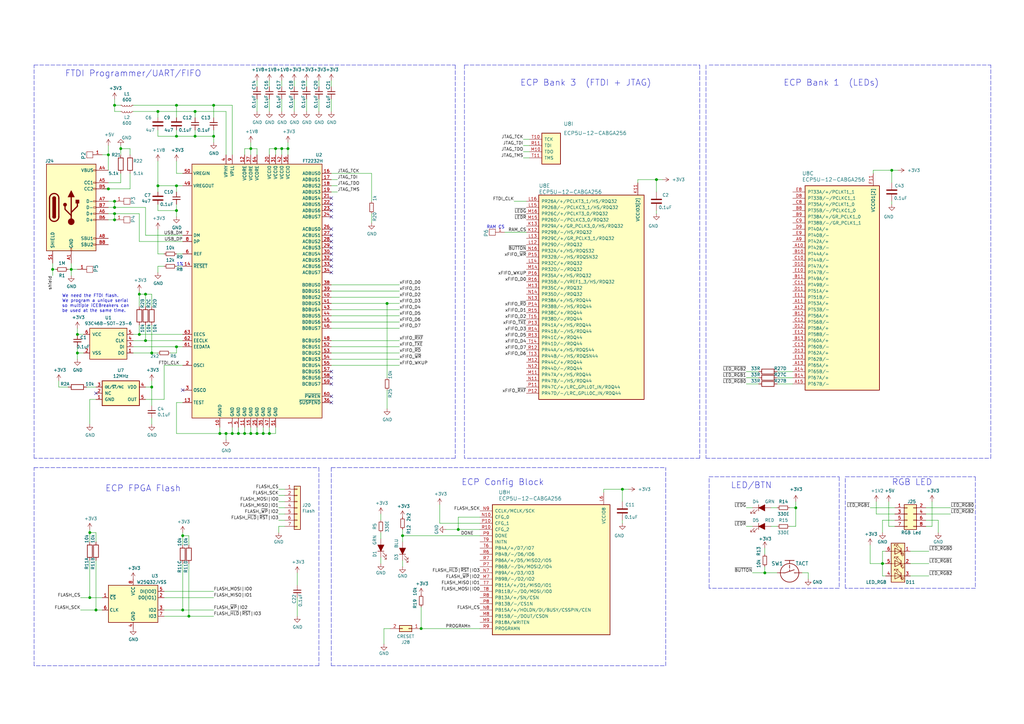
<source format=kicad_sch>
(kicad_sch (version 20201015) (generator eeschema)
  (paper "A3")
  (title_block (title "iCEBreaker+++") (date "2020-12-12") (rev "V0.1") (company "GsD") (comment 1 "2020 (C) GsD  <greg.davill@gmail.com>") (comment 3 "License: CC-BY-SA V4.0"))
  (junction (at 21.59 110.49) (diameter 1.016))
  (junction (at 29.21 110.49) (diameter 1.016))
  (junction (at 31.75 137.16) (diameter 1.016))
  (junction (at 31.75 144.78) (diameter 1.016))
  (junction (at 36.83 218.44) (diameter 1.016))
  (junction (at 36.83 245.11) (diameter 1.016))
  (junction (at 39.37 250.19) (diameter 1.016))
  (junction (at 44.45 63.5) (diameter 1.016))
  (junction (at 44.45 77.47) (diameter 1.016))
  (junction (at 46.99 43.18) (diameter 1.016))
  (junction (at 46.99 82.55) (diameter 1.016))
  (junction (at 46.99 85.09) (diameter 1.016))
  (junction (at 46.99 87.63) (diameter 1.016))
  (junction (at 46.99 90.17) (diameter 1.016))
  (junction (at 49.53 60.96) (diameter 1.016))
  (junction (at 57.15 120.65) (diameter 1.016))
  (junction (at 57.15 137.16) (diameter 1.016))
  (junction (at 59.69 120.65) (diameter 1.016))
  (junction (at 59.69 139.7) (diameter 1.016))
  (junction (at 62.23 144.78) (diameter 1.016))
  (junction (at 62.23 158.75) (diameter 1.016))
  (junction (at 64.77 45.72) (diameter 1.016))
  (junction (at 64.77 76.2) (diameter 1.016))
  (junction (at 72.39 43.18) (diameter 1.016))
  (junction (at 72.39 55.88) (diameter 1.016))
  (junction (at 72.39 76.2) (diameter 1.016))
  (junction (at 72.39 86.36) (diameter 1.016))
  (junction (at 72.39 142.24) (diameter 1.016))
  (junction (at 74.93 219.71) (diameter 1.016))
  (junction (at 74.93 250.19) (diameter 1.016))
  (junction (at 77.47 252.73) (diameter 1.016))
  (junction (at 80.01 45.72) (diameter 1.016))
  (junction (at 80.01 55.88) (diameter 1.016))
  (junction (at 87.63 43.18) (diameter 1.016))
  (junction (at 87.63 55.88) (diameter 1.016))
  (junction (at 90.17 177.8) (diameter 1.016))
  (junction (at 92.71 177.8) (diameter 1.016))
  (junction (at 95.25 177.8) (diameter 1.016))
  (junction (at 97.79 177.8) (diameter 1.016))
  (junction (at 100.33 177.8) (diameter 1.016))
  (junction (at 102.87 60.96) (diameter 1.016))
  (junction (at 102.87 177.8) (diameter 1.016))
  (junction (at 105.41 177.8) (diameter 1.016))
  (junction (at 107.95 177.8) (diameter 1.016))
  (junction (at 110.49 177.8) (diameter 1.016))
  (junction (at 113.03 60.96) (diameter 1.016))
  (junction (at 115.57 60.96) (diameter 1.016))
  (junction (at 118.11 60.96) (diameter 1.016))
  (junction (at 158.75 124.46) (diameter 1.016))
  (junction (at 165.1 219.71) (diameter 1.016))
  (junction (at 172.72 257.81) (diameter 1.016))
  (junction (at 187.96 217.17) (diameter 1.016))
  (junction (at 255.27 200.66) (diameter 1.016))
  (junction (at 269.24 73.66) (diameter 1.016))
  (junction (at 313.69 234.95) (diameter 1.016))
  (junction (at 326.39 208.28) (diameter 1.016))
  (junction (at 361.95 231.14) (diameter 1.016))
  (junction (at 365.76 69.85) (diameter 1.016))
  (no_connect (at 135.89 109.22))
  (no_connect (at 135.89 104.14))
  (no_connect (at 135.89 99.06))
  (no_connect (at 74.93 160.02))
  (no_connect (at 135.89 162.56))
  (no_connect (at 135.89 96.52))
  (no_connect (at 135.89 93.98))
  (no_connect (at 135.89 111.76))
  (no_connect (at 39.37 161.29))
  (no_connect (at 135.89 101.6))
  (no_connect (at 135.89 152.4))
  (no_connect (at 135.89 81.28))
  (no_connect (at 135.89 86.36))
  (no_connect (at 135.89 106.68))
  (no_connect (at 135.89 83.82))
  (no_connect (at 135.89 154.94))
  (no_connect (at 135.89 165.1))
  (no_connect (at 135.89 88.9))
  (no_connect (at 135.89 157.48))
  (wire (pts (xy 21.59 107.95) (xy 21.59 110.49)))
  (wire (pts (xy 21.59 110.49) (xy 21.59 113.03)))
  (wire (pts (xy 21.59 110.49) (xy 22.86 110.49)))
  (wire (pts (xy 24.13 156.21) (xy 24.13 158.75)))
  (wire (pts (xy 24.13 158.75) (xy 27.94 158.75)))
  (wire (pts (xy 27.94 110.49) (xy 29.21 110.49)))
  (wire (pts (xy 29.21 110.49) (xy 29.21 107.95)))
  (wire (pts (xy 29.21 110.49) (xy 29.21 113.03)))
  (wire (pts (xy 31.75 110.49) (xy 29.21 110.49)))
  (wire (pts (xy 31.75 137.16) (xy 31.75 134.62)))
  (wire (pts (xy 31.75 142.24) (xy 31.75 144.78)))
  (wire (pts (xy 31.75 144.78) (xy 31.75 147.32)))
  (wire (pts (xy 33.02 245.11) (xy 36.83 245.11)))
  (wire (pts (xy 33.02 250.19) (xy 39.37 250.19)))
  (wire (pts (xy 34.29 137.16) (xy 31.75 137.16)))
  (wire (pts (xy 34.29 144.78) (xy 31.75 144.78)))
  (wire (pts (xy 36.83 163.83) (xy 36.83 173.99)))
  (wire (pts (xy 36.83 217.17) (xy 36.83 218.44)))
  (wire (pts (xy 36.83 218.44) (xy 36.83 222.25)))
  (wire (pts (xy 36.83 229.87) (xy 36.83 245.11)))
  (wire (pts (xy 36.83 245.11) (xy 41.91 245.11)))
  (wire (pts (xy 39.37 158.75) (xy 35.56 158.75)))
  (wire (pts (xy 39.37 163.83) (xy 36.83 163.83)))
  (wire (pts (xy 39.37 218.44) (xy 36.83 218.44)))
  (wire (pts (xy 39.37 222.25) (xy 39.37 218.44)))
  (wire (pts (xy 39.37 229.87) (xy 39.37 250.19)))
  (wire (pts (xy 39.37 250.19) (xy 41.91 250.19)))
  (wire (pts (xy 41.91 63.5) (xy 44.45 63.5)))
  (wire (pts (xy 41.91 77.47) (xy 44.45 77.47)))
  (wire (pts (xy 44.45 59.69) (xy 44.45 63.5)))
  (wire (pts (xy 44.45 63.5) (xy 44.45 69.85)))
  (wire (pts (xy 44.45 77.47) (xy 53.34 77.47)))
  (wire (pts (xy 44.45 82.55) (xy 46.99 82.55)))
  (wire (pts (xy 44.45 85.09) (xy 46.99 85.09)))
  (wire (pts (xy 44.45 87.63) (xy 46.99 87.63)))
  (wire (pts (xy 44.45 90.17) (xy 46.99 90.17)))
  (wire (pts (xy 46.99 40.64) (xy 46.99 43.18)))
  (wire (pts (xy 46.99 43.18) (xy 46.99 45.72)))
  (wire (pts (xy 46.99 43.18) (xy 49.53 43.18)))
  (wire (pts (xy 46.99 45.72) (xy 49.53 45.72)))
  (wire (pts (xy 46.99 82.55) (xy 46.99 85.09)))
  (wire (pts (xy 46.99 85.09) (xy 59.69 85.09)))
  (wire (pts (xy 46.99 87.63) (xy 46.99 90.17)))
  (wire (pts (xy 49.53 59.69) (xy 49.53 60.96)))
  (wire (pts (xy 49.53 60.96) (xy 49.53 63.5)))
  (wire (pts (xy 49.53 71.12) (xy 49.53 74.93)))
  (wire (pts (xy 49.53 74.93) (xy 44.45 74.93)))
  (wire (pts (xy 53.34 60.96) (xy 49.53 60.96)))
  (wire (pts (xy 53.34 63.5) (xy 53.34 60.96)))
  (wire (pts (xy 53.34 77.47) (xy 53.34 71.12)))
  (wire (pts (xy 54.61 43.18) (xy 72.39 43.18)))
  (wire (pts (xy 54.61 45.72) (xy 64.77 45.72)))
  (wire (pts (xy 54.61 137.16) (xy 57.15 137.16)))
  (wire (pts (xy 54.61 139.7) (xy 59.69 139.7)))
  (wire (pts (xy 54.61 142.24) (xy 72.39 142.24)))
  (wire (pts (xy 54.61 144.78) (xy 62.23 144.78)))
  (wire (pts (xy 57.15 87.63) (xy 46.99 87.63)))
  (wire (pts (xy 57.15 99.06) (xy 57.15 87.63)))
  (wire (pts (xy 57.15 119.38) (xy 57.15 120.65)))
  (wire (pts (xy 57.15 120.65) (xy 57.15 125.73)))
  (wire (pts (xy 57.15 133.35) (xy 57.15 137.16)))
  (wire (pts (xy 57.15 137.16) (xy 74.93 137.16)))
  (wire (pts (xy 59.69 85.09) (xy 59.69 96.52)))
  (wire (pts (xy 59.69 96.52) (xy 74.93 96.52)))
  (wire (pts (xy 59.69 120.65) (xy 57.15 120.65)))
  (wire (pts (xy 59.69 120.65) (xy 59.69 125.73)))
  (wire (pts (xy 59.69 133.35) (xy 59.69 139.7)))
  (wire (pts (xy 59.69 139.7) (xy 74.93 139.7)))
  (wire (pts (xy 59.69 158.75) (xy 62.23 158.75)))
  (wire (pts (xy 59.69 163.83) (xy 67.31 163.83)))
  (wire (pts (xy 62.23 120.65) (xy 59.69 120.65)))
  (wire (pts (xy 62.23 125.73) (xy 62.23 120.65)))
  (wire (pts (xy 62.23 133.35) (xy 62.23 144.78)))
  (wire (pts (xy 62.23 144.78) (xy 64.77 144.78)))
  (wire (pts (xy 62.23 158.75) (xy 62.23 156.21)))
  (wire (pts (xy 62.23 158.75) (xy 62.23 166.37)))
  (wire (pts (xy 62.23 171.45) (xy 62.23 173.99)))
  (wire (pts (xy 64.77 45.72) (xy 64.77 48.26)))
  (wire (pts (xy 64.77 45.72) (xy 80.01 45.72)))
  (wire (pts (xy 64.77 53.34) (xy 64.77 55.88)))
  (wire (pts (xy 64.77 55.88) (xy 72.39 55.88)))
  (wire (pts (xy 64.77 76.2) (xy 64.77 66.04)))
  (wire (pts (xy 64.77 78.74) (xy 64.77 76.2)))
  (wire (pts (xy 64.77 83.82) (xy 64.77 86.36)))
  (wire (pts (xy 64.77 86.36) (xy 72.39 86.36)))
  (wire (pts (xy 64.77 104.14) (xy 64.77 93.98)))
  (wire (pts (xy 64.77 109.22) (xy 64.77 111.76)))
  (wire (pts (xy 67.31 104.14) (xy 64.77 104.14)))
  (wire (pts (xy 67.31 109.22) (xy 64.77 109.22)))
  (wire (pts (xy 67.31 149.86) (xy 74.93 149.86)))
  (wire (pts (xy 67.31 163.83) (xy 67.31 149.86)))
  (wire (pts (xy 67.31 242.57) (xy 87.63 242.57)))
  (wire (pts (xy 67.31 245.11) (xy 87.63 245.11)))
  (wire (pts (xy 67.31 250.19) (xy 74.93 250.19)))
  (wire (pts (xy 67.31 252.73) (xy 77.47 252.73)))
  (wire (pts (xy 69.85 144.78) (xy 72.39 144.78)))
  (wire (pts (xy 72.39 43.18) (xy 72.39 48.26)))
  (wire (pts (xy 72.39 43.18) (xy 87.63 43.18)))
  (wire (pts (xy 72.39 53.34) (xy 72.39 55.88)))
  (wire (pts (xy 72.39 55.88) (xy 80.01 55.88)))
  (wire (pts (xy 72.39 71.12) (xy 72.39 66.04)))
  (wire (pts (xy 72.39 76.2) (xy 64.77 76.2)))
  (wire (pts (xy 72.39 78.74) (xy 72.39 76.2)))
  (wire (pts (xy 72.39 86.36) (xy 72.39 83.82)))
  (wire (pts (xy 72.39 86.36) (xy 72.39 88.9)))
  (wire (pts (xy 72.39 104.14) (xy 74.93 104.14)))
  (wire (pts (xy 72.39 142.24) (xy 74.93 142.24)))
  (wire (pts (xy 72.39 144.78) (xy 72.39 142.24)))
  (wire (pts (xy 72.39 165.1) (xy 72.39 177.8)))
  (wire (pts (xy 72.39 177.8) (xy 90.17 177.8)))
  (wire (pts (xy 74.93 71.12) (xy 72.39 71.12)))
  (wire (pts (xy 74.93 76.2) (xy 72.39 76.2)))
  (wire (pts (xy 74.93 99.06) (xy 57.15 99.06)))
  (wire (pts (xy 74.93 109.22) (xy 72.39 109.22)))
  (wire (pts (xy 74.93 165.1) (xy 72.39 165.1)))
  (wire (pts (xy 74.93 218.44) (xy 74.93 219.71)))
  (wire (pts (xy 74.93 219.71) (xy 74.93 223.52)))
  (wire (pts (xy 74.93 219.71) (xy 77.47 219.71)))
  (wire (pts (xy 74.93 231.14) (xy 74.93 250.19)))
  (wire (pts (xy 74.93 250.19) (xy 87.63 250.19)))
  (wire (pts (xy 77.47 219.71) (xy 77.47 223.52)))
  (wire (pts (xy 77.47 231.14) (xy 77.47 252.73)))
  (wire (pts (xy 77.47 252.73) (xy 87.63 252.73)))
  (wire (pts (xy 80.01 45.72) (xy 80.01 48.26)))
  (wire (pts (xy 80.01 45.72) (xy 92.71 45.72)))
  (wire (pts (xy 80.01 53.34) (xy 80.01 55.88)))
  (wire (pts (xy 80.01 55.88) (xy 87.63 55.88)))
  (wire (pts (xy 87.63 43.18) (xy 87.63 48.26)))
  (wire (pts (xy 87.63 43.18) (xy 95.25 43.18)))
  (wire (pts (xy 87.63 55.88) (xy 87.63 53.34)))
  (wire (pts (xy 87.63 55.88) (xy 87.63 58.42)))
  (wire (pts (xy 90.17 175.26) (xy 90.17 177.8)))
  (wire (pts (xy 90.17 177.8) (xy 92.71 177.8)))
  (wire (pts (xy 92.71 45.72) (xy 92.71 63.5)))
  (wire (pts (xy 92.71 177.8) (xy 92.71 180.34)))
  (wire (pts (xy 92.71 177.8) (xy 95.25 177.8)))
  (wire (pts (xy 95.25 43.18) (xy 95.25 63.5)))
  (wire (pts (xy 95.25 175.26) (xy 95.25 177.8)))
  (wire (pts (xy 95.25 177.8) (xy 97.79 177.8)))
  (wire (pts (xy 97.79 175.26) (xy 97.79 177.8)))
  (wire (pts (xy 97.79 177.8) (xy 100.33 177.8)))
  (wire (pts (xy 100.33 60.96) (xy 102.87 60.96)))
  (wire (pts (xy 100.33 63.5) (xy 100.33 60.96)))
  (wire (pts (xy 100.33 175.26) (xy 100.33 177.8)))
  (wire (pts (xy 100.33 177.8) (xy 102.87 177.8)))
  (wire (pts (xy 102.87 60.96) (xy 102.87 58.42)))
  (wire (pts (xy 102.87 60.96) (xy 105.41 60.96)))
  (wire (pts (xy 102.87 63.5) (xy 102.87 60.96)))
  (wire (pts (xy 102.87 175.26) (xy 102.87 177.8)))
  (wire (pts (xy 102.87 177.8) (xy 105.41 177.8)))
  (wire (pts (xy 105.41 33.02) (xy 105.41 35.56)))
  (wire (pts (xy 105.41 40.64) (xy 105.41 45.72)))
  (wire (pts (xy 105.41 60.96) (xy 105.41 63.5)))
  (wire (pts (xy 105.41 175.26) (xy 105.41 177.8)))
  (wire (pts (xy 105.41 177.8) (xy 107.95 177.8)))
  (wire (pts (xy 107.95 175.26) (xy 107.95 177.8)))
  (wire (pts (xy 107.95 177.8) (xy 110.49 177.8)))
  (wire (pts (xy 110.49 33.02) (xy 110.49 35.56)))
  (wire (pts (xy 110.49 40.64) (xy 110.49 45.72)))
  (wire (pts (xy 110.49 60.96) (xy 113.03 60.96)))
  (wire (pts (xy 110.49 63.5) (xy 110.49 60.96)))
  (wire (pts (xy 110.49 175.26) (xy 110.49 177.8)))
  (wire (pts (xy 110.49 177.8) (xy 113.03 177.8)))
  (wire (pts (xy 113.03 60.96) (xy 113.03 63.5)))
  (wire (pts (xy 113.03 60.96) (xy 115.57 60.96)))
  (wire (pts (xy 113.03 177.8) (xy 113.03 175.26)))
  (wire (pts (xy 114.3 203.2) (xy 116.84 203.2)))
  (wire (pts (xy 114.3 205.74) (xy 116.84 205.74)))
  (wire (pts (xy 114.3 208.28) (xy 116.84 208.28)))
  (wire (pts (xy 114.3 210.82) (xy 116.84 210.82)))
  (wire (pts (xy 114.3 213.36) (xy 116.84 213.36)))
  (wire (pts (xy 114.3 215.9) (xy 114.3 218.44)))
  (wire (pts (xy 115.57 33.02) (xy 115.57 35.56)))
  (wire (pts (xy 115.57 40.64) (xy 115.57 45.72)))
  (wire (pts (xy 115.57 60.96) (xy 115.57 63.5)))
  (wire (pts (xy 115.57 60.96) (xy 118.11 60.96)))
  (wire (pts (xy 116.84 200.66) (xy 114.3 200.66)))
  (wire (pts (xy 116.84 215.9) (xy 114.3 215.9)))
  (wire (pts (xy 118.11 60.96) (xy 118.11 58.42)))
  (wire (pts (xy 118.11 60.96) (xy 118.11 63.5)))
  (wire (pts (xy 120.65 33.02) (xy 120.65 35.56)))
  (wire (pts (xy 120.65 40.64) (xy 120.65 45.72)))
  (wire (pts (xy 121.92 234.95) (xy 121.92 240.03)))
  (wire (pts (xy 121.92 245.11) (xy 121.92 252.73)))
  (wire (pts (xy 125.73 33.02) (xy 125.73 35.56)))
  (wire (pts (xy 125.73 40.64) (xy 125.73 45.72)))
  (wire (pts (xy 130.81 33.02) (xy 130.81 35.56)))
  (wire (pts (xy 130.81 40.64) (xy 130.81 45.72)))
  (wire (pts (xy 135.89 33.02) (xy 135.89 35.56)))
  (wire (pts (xy 135.89 40.64) (xy 135.89 45.72)))
  (wire (pts (xy 135.89 71.12) (xy 152.4 71.12)))
  (wire (pts (xy 135.89 73.66) (xy 138.43 73.66)))
  (wire (pts (xy 135.89 76.2) (xy 138.43 76.2)))
  (wire (pts (xy 135.89 78.74) (xy 138.43 78.74)))
  (wire (pts (xy 135.89 116.84) (xy 163.83 116.84)))
  (wire (pts (xy 135.89 119.38) (xy 163.83 119.38)))
  (wire (pts (xy 135.89 121.92) (xy 163.83 121.92)))
  (wire (pts (xy 135.89 124.46) (xy 158.75 124.46)))
  (wire (pts (xy 135.89 127) (xy 163.83 127)))
  (wire (pts (xy 135.89 129.54) (xy 163.83 129.54)))
  (wire (pts (xy 135.89 132.08) (xy 163.83 132.08)))
  (wire (pts (xy 135.89 134.62) (xy 163.83 134.62)))
  (wire (pts (xy 135.89 139.7) (xy 163.83 139.7)))
  (wire (pts (xy 135.89 142.24) (xy 163.83 142.24)))
  (wire (pts (xy 135.89 144.78) (xy 163.83 144.78)))
  (wire (pts (xy 135.89 147.32) (xy 163.83 147.32)))
  (wire (pts (xy 135.89 149.86) (xy 163.83 149.86)))
  (wire (pts (xy 152.4 71.12) (xy 152.4 82.55)))
  (wire (pts (xy 152.4 87.63) (xy 152.4 91.44)))
  (wire (pts (xy 156.21 210.82) (xy 156.21 213.36)))
  (wire (pts (xy 156.21 218.44) (xy 156.21 220.98)))
  (wire (pts (xy 156.21 228.6) (xy 156.21 231.14)))
  (wire (pts (xy 157.48 257.81) (xy 157.48 264.16)))
  (wire (pts (xy 158.75 124.46) (xy 163.83 124.46)))
  (wire (pts (xy 158.75 154.94) (xy 158.75 124.46)))
  (wire (pts (xy 158.75 160.02) (xy 158.75 167.64)))
  (wire (pts (xy 160.02 257.81) (xy 157.48 257.81)))
  (wire (pts (xy 165.1 217.17) (xy 165.1 219.71)))
  (wire (pts (xy 165.1 219.71) (xy 165.1 222.25)))
  (wire (pts (xy 165.1 219.71) (xy 196.85 219.71)))
  (wire (pts (xy 165.1 229.87) (xy 165.1 232.41)))
  (wire (pts (xy 172.72 248.92) (xy 172.72 257.81)))
  (wire (pts (xy 172.72 257.81) (xy 196.85 257.81)))
  (wire (pts (xy 180.34 207.01) (xy 180.34 214.63)))
  (wire (pts (xy 180.34 214.63) (xy 196.85 214.63)))
  (wire (pts (xy 182.88 217.17) (xy 187.96 217.17)))
  (wire (pts (xy 187.96 212.09) (xy 187.96 217.17)))
  (wire (pts (xy 187.96 217.17) (xy 196.85 217.17)))
  (wire (pts (xy 196.85 212.09) (xy 187.96 212.09)))
  (wire (pts (xy 207.01 95.25) (xy 215.9 95.25)))
  (wire (pts (xy 215.9 82.55) (xy 210.82 82.55)))
  (wire (pts (xy 217.17 57.15) (xy 214.63 57.15)))
  (wire (pts (xy 217.17 59.69) (xy 214.63 59.69)))
  (wire (pts (xy 217.17 62.23) (xy 214.63 62.23)))
  (wire (pts (xy 217.17 64.77) (xy 214.63 64.77)))
  (wire (pts (xy 247.65 200.66) (xy 255.27 200.66)))
  (wire (pts (xy 247.65 201.93) (xy 247.65 200.66)))
  (wire (pts (xy 255.27 200.66) (xy 255.27 205.74)))
  (wire (pts (xy 255.27 213.36) (xy 255.27 214.63)))
  (wire (pts (xy 257.81 200.66) (xy 255.27 200.66)))
  (wire (pts (xy 261.62 73.66) (xy 269.24 73.66)))
  (wire (pts (xy 261.62 74.93) (xy 261.62 73.66)))
  (wire (pts (xy 269.24 73.66) (xy 269.24 78.74)))
  (wire (pts (xy 269.24 86.36) (xy 269.24 87.63)))
  (wire (pts (xy 271.78 73.66) (xy 269.24 73.66)))
  (wire (pts (xy 306.07 152.4) (xy 311.15 152.4)))
  (wire (pts (xy 306.07 154.94) (xy 311.15 154.94)))
  (wire (pts (xy 306.07 157.48) (xy 311.15 157.48)))
  (wire (pts (xy 308.61 208.28) (xy 306.07 208.28)))
  (wire (pts (xy 308.61 215.9) (xy 306.07 215.9)))
  (wire (pts (xy 313.69 227.33) (xy 313.69 224.79)))
  (wire (pts (xy 313.69 232.41) (xy 313.69 234.95)))
  (wire (pts (xy 313.69 234.95) (xy 308.61 234.95)))
  (wire (pts (xy 316.23 208.28) (xy 318.77 208.28)))
  (wire (pts (xy 316.23 215.9) (xy 318.77 215.9)))
  (wire (pts (xy 318.77 152.4) (xy 325.12 152.4)))
  (wire (pts (xy 318.77 154.94) (xy 325.12 154.94)))
  (wire (pts (xy 318.77 157.48) (xy 325.12 157.48)))
  (wire (pts (xy 318.77 234.95) (xy 313.69 234.95)))
  (wire (pts (xy 323.85 208.28) (xy 326.39 208.28)))
  (wire (pts (xy 326.39 205.74) (xy 326.39 208.28)))
  (wire (pts (xy 326.39 215.9) (xy 323.85 215.9)))
  (wire (pts (xy 326.39 215.9) (xy 326.39 208.28)))
  (wire (pts (xy 328.93 234.95) (xy 331.47 234.95)))
  (wire (pts (xy 331.47 234.95) (xy 331.47 237.49)))
  (wire (pts (xy 356.87 223.52) (xy 356.87 231.14)))
  (wire (pts (xy 356.87 231.14) (xy 361.95 231.14)))
  (wire (pts (xy 358.14 69.85) (xy 365.76 69.85)))
  (wire (pts (xy 358.14 71.12) (xy 358.14 69.85)))
  (wire (pts (xy 359.41 205.74) (xy 359.41 210.82)))
  (wire (pts (xy 359.41 210.82) (xy 367.03 210.82)))
  (wire (pts (xy 361.95 213.36) (xy 367.03 213.36)))
  (wire (pts (xy 361.95 218.44) (xy 361.95 213.36)))
  (wire (pts (xy 361.95 231.14) (xy 361.95 226.06)))
  (wire (pts (xy 361.95 236.22) (xy 361.95 231.14)))
  (wire (pts (xy 363.22 226.06) (xy 361.95 226.06)))
  (wire (pts (xy 363.22 231.14) (xy 361.95 231.14)))
  (wire (pts (xy 363.22 236.22) (xy 361.95 236.22)))
  (wire (pts (xy 364.49 205.74) (xy 364.49 215.9)))
  (wire (pts (xy 364.49 215.9) (xy 367.03 215.9)))
  (wire (pts (xy 365.76 69.85) (xy 365.76 74.93)))
  (wire (pts (xy 365.76 82.55) (xy 365.76 83.82)))
  (wire (pts (xy 367.03 208.28) (xy 356.87 208.28)))
  (wire (pts (xy 368.3 69.85) (xy 365.76 69.85)))
  (wire (pts (xy 373.38 226.06) (xy 381 226.06)))
  (wire (pts (xy 373.38 231.14) (xy 381 231.14)))
  (wire (pts (xy 373.38 236.22) (xy 381 236.22)))
  (wire (pts (xy 379.73 208.28) (xy 389.89 208.28)))
  (wire (pts (xy 379.73 210.82) (xy 389.89 210.82)))
  (wire (pts (xy 379.73 213.36) (xy 384.81 213.36)))
  (wire (pts (xy 379.73 215.9) (xy 382.27 215.9)))
  (wire (pts (xy 382.27 215.9) (xy 382.27 205.74)))
  (wire (pts (xy 384.81 213.36) (xy 384.81 218.44)))
  (polyline (pts (xy 13.97 26.67) (xy 186.69 26.67)) (stroke (width 0) (type dash)))
  (polyline (pts (xy 13.97 187.96) (xy 13.97 26.67)) (stroke (width 0) (type dash)))
  (polyline (pts (xy 13.97 191.77) (xy 130.81 191.77)) (stroke (width 0) (type dash)))
  (polyline (pts (xy 13.97 273.05) (xy 13.97 191.77)) (stroke (width 0) (type dash)))
  (polyline (pts (xy 130.81 191.77) (xy 130.81 273.05)) (stroke (width 0) (type dash)))
  (polyline (pts (xy 130.81 273.05) (xy 13.97 273.05)) (stroke (width 0) (type dash)))
  (polyline (pts (xy 135.89 191.77) (xy 135.89 273.05)) (stroke (width 0) (type dash)))
  (polyline (pts (xy 135.89 191.77) (xy 273.05 191.77)) (stroke (width 0) (type dash)))
  (polyline (pts (xy 135.89 273.05) (xy 273.05 273.05)) (stroke (width 0) (type dash)))
  (polyline (pts (xy 186.69 26.67) (xy 186.69 187.96)) (stroke (width 0) (type dash)))
  (polyline (pts (xy 186.69 187.96) (xy 13.97 187.96)) (stroke (width 0) (type dash)))
  (polyline (pts (xy 190.5 26.67) (xy 190.5 187.96)) (stroke (width 0) (type dash)))
  (polyline (pts (xy 190.5 26.67) (xy 287.02 26.67)) (stroke (width 0) (type dash)))
  (polyline (pts (xy 273.05 273.05) (xy 273.05 191.77)) (stroke (width 0) (type dash)))
  (polyline (pts (xy 287.02 26.67) (xy 287.02 187.96)) (stroke (width 0) (type dash)))
  (polyline (pts (xy 287.02 187.96) (xy 190.5 187.96)) (stroke (width 0) (type dash)))
  (polyline (pts (xy 289.56 26.67) (xy 289.56 187.96)) (stroke (width 0) (type dash)))
  (polyline (pts (xy 289.56 187.96) (xy 406.4 187.96)) (stroke (width 0) (type dash)))
  (polyline (pts (xy 290.83 26.67) (xy 406.4 26.67)) (stroke (width 0) (type dash)))
  (polyline (pts (xy 290.83 195.58) (xy 344.17 195.58)) (stroke (width 0) (type dash)))
  (polyline (pts (xy 290.83 241.3) (xy 290.83 195.58)) (stroke (width 0) (type dash)))
  (polyline (pts (xy 344.17 195.58) (xy 344.17 241.3)) (stroke (width 0) (type dash)))
  (polyline (pts (xy 344.17 241.3) (xy 290.83 241.3)) (stroke (width 0) (type dash)))
  (polyline (pts (xy 346.71 195.58) (xy 400.05 195.58)) (stroke (width 0) (type dash)))
  (polyline (pts (xy 346.71 241.3) (xy 346.71 195.58)) (stroke (width 0) (type dash)))
  (polyline (pts (xy 400.05 195.58) (xy 400.05 241.3)) (stroke (width 0) (type dash)))
  (polyline (pts (xy 400.05 241.3) (xy 346.71 241.3)) (stroke (width 0) (type dash)))
  (polyline (pts (xy 406.4 187.96) (xy 406.4 26.67)) (stroke (width 0) (type dash)))
  (text "We need the FTDI flash.\nWe program a unique serial\nso multiple iCEBreakers can\nbe used at the same time." (at 25.4 128.27 0) (effects (font (size 1.27 1.27)) (justify left bottom)))
  (text "FTDI Programmer/UART/FIFO" (at 26.67 31.75 0) (effects (font (size 2.54 2.54)) (justify left bottom)))
  (text "ECP FPGA Flash" (at 43.18 201.93 0) (effects (font (size 2.54 2.54)) (justify left bottom)))
  (text "1%" (at 72.39 109.22 0) (effects (font (size 1.27 1.27)) (justify left bottom)))
  (text "ECP Config Block" (at 189.23 199.39 0) (effects (font (size 2.54 2.54)) (justify left bottom)))
  (text "RAM CS" (at 207.01 93.98 180) (effects (font (size 1.27 1.27)) (justify right bottom)))
  (text "ECP Bank 3  (FTDI + JTAG)" (at 213.36 35.56 0) (effects (font (size 2.54 2.54)) (justify left bottom)))
  (text "LED/BTN" (at 299.72 200.66 0) (effects (font (size 2.54 2.54)) (justify left bottom)))
  (text "ECP Bank 1  (LEDs)" (at 321.31 35.56 0) (effects (font (size 2.54 2.54)) (justify left bottom)))
  (text "RGB LED" (at 365.76 199.39 0) (effects (font (size 2.54 2.54)) (justify left bottom)))
  (label "shield" (at 21.59 113.03 270))
  (label "FLASH_CS" (at 33.02 245.11 180))
  (label "FLASH_SCK" (at 33.02 250.19 180))
  (label "FTDI_CLK" (at 73.66 149.86 180))
  (label "USB_DM" (at 74.93 96.52 180))
  (label "USB_DP" (at 74.93 99.06 180))
  (label "FLASH_MOSI|IO0" (at 87.63 242.57 0))
  (label "FLASH_MISO|IO1" (at 87.63 245.11 0))
  (label "FLASH_~WP~|IO2" (at 87.63 250.19 0))
  (label "FLASH_~HLD~|~RST~|IO3" (at 87.63 252.73 0))
  (label "FLASH_CS" (at 114.3 200.66 180))
  (label "FLASH_SCK" (at 114.3 203.2 180))
  (label "FLASH_MOSI|IO0" (at 114.3 205.74 180))
  (label "FLASH_MISO|IO1" (at 114.3 208.28 180))
  (label "FLASH_~WP~|IO2" (at 114.3 210.82 180))
  (label "FLASH_~HLD~|~RST~|IO3" (at 114.3 213.36 180))
  (label "JTAG_TCK" (at 138.43 71.12 0))
  (label "JTAG_TDI" (at 138.43 73.66 0))
  (label "JTAG_TDO" (at 138.43 76.2 0))
  (label "JTAG_TMS" (at 138.43 78.74 0))
  (label "xFIFO_D0" (at 163.83 116.84 0))
  (label "xFIFO_D1" (at 163.83 119.38 0))
  (label "xFIFO_D2" (at 163.83 121.92 0))
  (label "xFIFO_D3" (at 163.83 124.46 0))
  (label "xFIFO_D4" (at 163.83 127 0))
  (label "xFIFO_D5" (at 163.83 129.54 0))
  (label "xFIFO_D6" (at 163.83 132.08 0))
  (label "xFIFO_D7" (at 163.83 134.62 0))
  (label "xFIFO_~RXF" (at 163.83 139.7 0))
  (label "xFIFO_~TXE" (at 163.83 142.24 0))
  (label "xFIFO_~RD" (at 163.83 144.78 0))
  (label "xFIFO_~WR" (at 163.83 147.32 0))
  (label "xFIFO_WKUP" (at 163.83 149.86 0))
  (label "PROGRAMn" (at 193.04 257.81 180))
  (label "DONE" (at 194.31 219.71 180))
  (label "FLASH_SCK" (at 196.85 209.55 180))
  (label "FLASH_~HLD~|~RST~|IO3" (at 196.85 234.95 180))
  (label "FLASH_~WP~|IO2" (at 196.85 237.49 180))
  (label "FLASH_MISO|IO1" (at 196.85 240.03 180))
  (label "FLASH_MOSI|IO0" (at 196.85 242.57 180))
  (label "FLASH_CS" (at 196.85 250.19 180))
  (label "FTDI_CLK" (at 210.82 82.55 180))
  (label "JTAG_TCK" (at 214.63 57.15 180))
  (label "JTAG_TDI" (at 214.63 59.69 180))
  (label "JTAG_TDO" (at 214.63 62.23 180))
  (label "JTAG_TMS" (at 214.63 64.77 180))
  (label "~LEDG" (at 215.9 87.63 180))
  (label "~LEDR" (at 215.9 90.17 180))
  (label "RAM_CS" (at 215.9 95.25 180))
  (label "~BUTTON" (at 215.9 102.87 180))
  (label "xFIFO_~WR" (at 215.9 105.41 180))
  (label "xFIFO_WKUP" (at 215.9 113.03 180))
  (label "xFIFO_D0" (at 215.9 115.57 180))
  (label "xFIFO_~RD" (at 215.9 125.73 180))
  (label "xFIFO_D1" (at 215.9 128.27 180))
  (label "xFIFO_D2" (at 215.9 130.81 180))
  (label "xFIFO_~TXE" (at 215.9 133.35 180))
  (label "xFIFO_D3" (at 215.9 135.89 180))
  (label "xFIFO_D5" (at 215.9 138.43 180))
  (label "xFIFO_D4" (at 215.9 140.97 180))
  (label "xFIFO_D7" (at 215.9 143.51 180))
  (label "xFIFO_D6" (at 215.9 146.05 180))
  (label "xFIFO_~RXF" (at 215.9 161.29 180))
  (label "~LED_RGB2" (at 306.07 152.4 180))
  (label "~LED_RGB1" (at 306.07 154.94 180))
  (label "~LED_RGB0" (at 306.07 157.48 180))
  (label "~LEDG" (at 306.07 208.28 180))
  (label "~LEDR" (at 306.07 215.9 180))
  (label "~BUTTON" (at 308.61 234.95 180))
  (label "~LED_RGB1" (at 356.87 208.28 180))
  (label "~LED_RGB0" (at 381 226.06 0))
  (label "~LED_RGB1" (at 381 231.14 0))
  (label "~LED_RGB2" (at 381 236.22 0))
  (label "~LED_RGB0" (at 389.89 208.28 0))
  (label "~LED_RGB2" (at 389.89 210.82 0))
  (symbol (lib_id "icebreaker-rescue:pkl_L_Small-pkl_device") (at 52.07 43.18 270) (unit 1)
    (property "Reference" "L1" (at 52.07 38.5318 90))
    (property "Value" "600" (at 52.07 40.894 90))
    (property "Footprint" "Inductor_SMD:L_0402_1005Metric" (effects hide))
    (property "Source" "ANY" (effects hide))
    (property "Key" "ferrite-0402-600" (effects hide))
  )
  (symbol (lib_id "icebreaker-rescue:pkl_L_Small-pkl_device") (at 52.07 45.72 270) (unit 1)
    (property "Reference" "L2" (at 52.07 48.133 90))
    (property "Value" "600" (at 52.07 50.4952 90))
    (property "Footprint" "Inductor_SMD:L_0402_1005Metric" (effects hide))
    (property "Source" "ANY" (effects hide))
    (property "Key" "ferrite-0402-600" (effects hide))
  )
  (symbol (lib_id "power:+3V3") (at 24.13 156.21 0) (unit 1)
    (property "Reference" "#PWR02" (effects hide))
    (property "Value" "+3V3" (at 24.511 151.7396 0))
  )
  (symbol (lib_id "power:+3V3") (at 31.75 134.62 0) (unit 1)
    (property "Reference" "#PWR031" (effects hide))
    (property "Value" "+3V3" (at 32.131 130.1496 0))
  )
  (symbol (lib_id "power:+3V3") (at 36.83 217.17 0) (unit 1)
    (property "Reference" "#PWR0139" (effects hide))
    (property "Value" "+3V3" (at 37.211 212.6996 0))
  )
  (symbol (lib_id "power:+5V") (at 44.45 59.69 0) (unit 1)
    (property "Reference" "#PWR08" (effects hide))
    (property "Value" "+5V" (at 44.831 55.2196 0))
  )
  (symbol (lib_id "power:+3V3") (at 46.99 40.64 0) (unit 1)
    (property "Reference" "#PWR015" (effects hide))
    (property "Value" "+3V3" (at 47.371 36.1696 0))
  )
  (symbol (lib_id "power:+3V3") (at 54.61 237.49 0) (unit 1)
    (property "Reference" "#PWR0138" (effects hide))
    (property "Value" "+3V3" (at 54.991 233.0196 0))
  )
  (symbol (lib_id "power:+3V3") (at 57.15 119.38 0) (unit 1)
    (property "Reference" "#PWR033" (effects hide))
    (property "Value" "+3V3" (at 57.531 114.9096 0))
  )
  (symbol (lib_id "power:+3V3") (at 62.23 156.21 0) (unit 1)
    (property "Reference" "#PWR03" (effects hide))
    (property "Value" "+3V3" (at 62.611 151.7396 0))
  )
  (symbol (lib_id "power:+1V8") (at 64.77 66.04 0) (unit 1)
    (property "Reference" "#PWR010" (effects hide))
    (property "Value" "+1V8" (at 65.151 61.5696 0))
  )
  (symbol (lib_id "power:+3V3") (at 64.77 93.98 0) (unit 1)
    (property "Reference" "#PWR09" (effects hide))
    (property "Value" "+3V3" (at 65.151 89.5096 0))
  )
  (symbol (lib_id "power:+3V3") (at 72.39 66.04 0) (unit 1)
    (property "Reference" "#PWR07" (effects hide))
    (property "Value" "+3V3" (at 72.771 61.5696 0))
  )
  (symbol (lib_id "power:+3V3") (at 74.93 218.44 0) (unit 1)
    (property "Reference" "#PWR042" (effects hide))
    (property "Value" "+3V3" (at 75.311 213.9696 0))
  )
  (symbol (lib_id "power:+1V8") (at 102.87 58.42 0) (unit 1)
    (property "Reference" "#PWR011" (effects hide))
    (property "Value" "+1V8" (at 103.251 53.9496 0))
  )
  (symbol (lib_id "power:+1V8") (at 105.41 33.02 0) (unit 1)
    (property "Reference" "#PWR018" (effects hide))
    (property "Value" "+1V8" (at 105.791 28.5496 0))
  )
  (symbol (lib_id "power:+1V8") (at 110.49 33.02 0) (unit 1)
    (property "Reference" "#PWR021" (effects hide))
    (property "Value" "+1V8" (at 110.871 28.5496 0))
  )
  (symbol (lib_id "power:+1V8") (at 115.57 33.02 0) (unit 1)
    (property "Reference" "#PWR022" (effects hide))
    (property "Value" "+1V8" (at 115.951 28.5496 0))
  )
  (symbol (lib_id "power:+3V3") (at 118.11 58.42 0) (unit 1)
    (property "Reference" "#PWR016" (effects hide))
    (property "Value" "+3V3" (at 118.491 53.9496 0))
  )
  (symbol (lib_id "power:+3V3") (at 120.65 33.02 0) (unit 1)
    (property "Reference" "#PWR027" (effects hide))
    (property "Value" "+3V3" (at 121.031 28.5496 0))
  )
  (symbol (lib_id "power:+3V3") (at 121.92 234.95 0) (unit 1)
    (property "Reference" "#PWR040" (effects hide))
    (property "Value" "+3V3" (at 122.301 230.4796 0))
  )
  (symbol (lib_id "power:+3V3") (at 125.73 33.02 0) (unit 1)
    (property "Reference" "#PWR028" (effects hide))
    (property "Value" "+3V3" (at 126.111 28.5496 0))
  )
  (symbol (lib_id "power:+3V3") (at 130.81 33.02 0) (unit 1)
    (property "Reference" "#PWR029" (effects hide))
    (property "Value" "+3V3" (at 131.191 28.5496 0))
  )
  (symbol (lib_id "power:+3V3") (at 135.89 33.02 0) (unit 1)
    (property "Reference" "#PWR030" (effects hide))
    (property "Value" "+3V3" (at 136.271 28.5496 0))
  )
  (symbol (lib_id "power:+3V3") (at 156.21 210.82 0) (unit 1)
    (property "Reference" "#PWR080" (effects hide))
    (property "Value" "+3V3" (at 156.591 206.3496 0))
  )
  (symbol (lib_id "power:+3V3") (at 165.1 212.09 0) (unit 1)
    (property "Reference" "#PWR078" (effects hide))
    (property "Value" "+3V3" (at 165.481 207.6196 0))
  )
  (symbol (lib_id "power:+3V3") (at 172.72 243.84 0) (unit 1)
    (property "Reference" "#PWR095" (effects hide))
    (property "Value" "+3V3" (at 173.101 239.3696 0))
  )
  (symbol (lib_id "power:+3V3") (at 180.34 207.01 0) (unit 1)
    (property "Reference" "#PWR0104" (effects hide))
    (property "Value" "+3V3" (at 180.721 202.5396 0))
  )
  (symbol (lib_id "power:+3V3") (at 257.81 200.66 270) (mirror x) (unit 1)
    (property "Reference" "#PWR0135" (effects hide))
    (property "Value" "+3V3" (at 261.62 200.66 90) (effects (justify left)))
  )
  (symbol (lib_id "power:+3V3") (at 271.78 73.66 270) (mirror x) (unit 1)
    (property "Reference" "#PWR0124" (effects hide))
    (property "Value" "+3V3" (at 275.59 73.66 90) (effects (justify left)))
  )
  (symbol (lib_id "power:+3V3") (at 313.69 224.79 0) (unit 1)
    (property "Reference" "#PWR073" (effects hide))
    (property "Value" "+3V3" (at 311.15 220.98 0) (effects (justify left)))
  )
  (symbol (lib_id "power:+3V3") (at 326.39 205.74 0) (unit 1)
    (property "Reference" "#PWR059" (effects hide))
    (property "Value" "+3V3" (at 323.85 200.66 0) (effects (justify left)))
  )
  (symbol (lib_id "power:+3V3") (at 356.87 223.52 0) (unit 1)
    (property "Reference" "#PWR0105" (effects hide))
    (property "Value" "+3V3" (at 357.251 219.0496 0))
  )
  (symbol (lib_id "power:+1V2") (at 359.41 205.74 0) (unit 1)
    (property "Reference" "#PWR076" (effects hide))
    (property "Value" "+1V2" (at 359.791 201.2696 0))
  )
  (symbol (lib_id "power:+5V") (at 364.49 205.74 0) (unit 1)
    (property "Reference" "#PWR058" (effects hide))
    (property "Value" "+5V" (at 364.871 201.2696 0))
  )
  (symbol (lib_id "power:+3V3") (at 368.3 69.85 270) (mirror x) (unit 1)
    (property "Reference" "#PWR0181" (effects hide))
    (property "Value" "+3V3" (at 372.11 69.85 90) (effects (justify left)))
  )
  (symbol (lib_id "power:+3V3") (at 382.27 205.74 0) (unit 1)
    (property "Reference" "#PWR057" (effects hide))
    (property "Value" "+3V3" (at 382.651 201.2696 0))
  )
  (symbol (lib_id "power:GND") (at 29.21 113.03 0) (unit 1)
    (property "Reference" "#PWR06" (effects hide))
    (property "Value" "GND" (at 29.337 117.5004 0))
  )
  (symbol (lib_id "power:GND") (at 31.75 147.32 0) (unit 1)
    (property "Reference" "#PWR032" (effects hide))
    (property "Value" "GND" (at 31.877 151.7904 0))
  )
  (symbol (lib_id "power:GND") (at 36.83 173.99 0) (unit 1)
    (property "Reference" "#PWR05" (effects hide))
    (property "Value" "GND" (at 36.957 178.4604 0))
  )
  (symbol (lib_id "power:GND") (at 49.53 59.69 180) (unit 1)
    (property "Reference" "#PWR0140" (effects hide))
    (property "Value" "GND" (at 51.943 56.4896 0))
  )
  (symbol (lib_id "power:GND") (at 54.61 257.81 0) (unit 1)
    (property "Reference" "#PWR0137" (effects hide))
    (property "Value" "GND" (at 54.737 262.2804 0))
  )
  (symbol (lib_id "power:GND") (at 62.23 173.99 0) (unit 1)
    (property "Reference" "#PWR0101" (effects hide))
    (property "Value" "GND" (at 62.357 178.4604 0))
  )
  (symbol (lib_id "power:GND") (at 64.77 111.76 0) (unit 1)
    (property "Reference" "#PWR013" (effects hide))
    (property "Value" "GND" (at 64.897 116.2304 0))
  )
  (symbol (lib_id "power:GND") (at 72.39 88.9 0) (unit 1)
    (property "Reference" "#PWR012" (effects hide))
    (property "Value" "GND" (at 72.517 93.3704 0))
  )
  (symbol (lib_id "power:GND") (at 87.63 58.42 0) (unit 1)
    (property "Reference" "#PWR014" (effects hide))
    (property "Value" "GND" (at 87.757 62.8904 0))
  )
  (symbol (lib_id "power:GND") (at 92.71 180.34 0) (unit 1)
    (property "Reference" "#PWR04" (effects hide))
    (property "Value" "GND" (at 92.837 184.8104 0))
  )
  (symbol (lib_id "power:GND") (at 105.41 45.72 0) (unit 1)
    (property "Reference" "#PWR017" (effects hide))
    (property "Value" "GND" (at 105.537 50.1904 0))
  )
  (symbol (lib_id "power:GND") (at 110.49 45.72 0) (unit 1)
    (property "Reference" "#PWR019" (effects hide))
    (property "Value" "GND" (at 110.617 50.1904 0))
  )
  (symbol (lib_id "power:GND") (at 114.3 218.44 0) (unit 1)
    (property "Reference" "#PWR089" (effects hide))
    (property "Value" "GND" (at 114.3 222.25 0))
  )
  (symbol (lib_id "power:GND") (at 115.57 45.72 0) (unit 1)
    (property "Reference" "#PWR020" (effects hide))
    (property "Value" "GND" (at 115.697 50.1904 0))
  )
  (symbol (lib_id "power:GND") (at 120.65 45.72 0) (unit 1)
    (property "Reference" "#PWR023" (effects hide))
    (property "Value" "GND" (at 120.777 50.1904 0))
  )
  (symbol (lib_id "power:GND") (at 121.92 252.73 0) (unit 1)
    (property "Reference" "#PWR041" (effects hide))
    (property "Value" "GND" (at 122.047 257.2004 0))
  )
  (symbol (lib_id "power:GND") (at 125.73 45.72 0) (unit 1)
    (property "Reference" "#PWR024" (effects hide))
    (property "Value" "GND" (at 125.857 50.1904 0))
  )
  (symbol (lib_id "power:GND") (at 130.81 45.72 0) (unit 1)
    (property "Reference" "#PWR025" (effects hide))
    (property "Value" "GND" (at 130.937 50.1904 0))
  )
  (symbol (lib_id "power:GND") (at 135.89 45.72 0) (unit 1)
    (property "Reference" "#PWR026" (effects hide))
    (property "Value" "GND" (at 136.017 50.1904 0))
  )
  (symbol (lib_id "power:GND") (at 152.4 91.44 0) (unit 1)
    (property "Reference" "#PWR0136" (effects hide))
    (property "Value" "GND" (at 152.527 95.9104 0))
  )
  (symbol (lib_id "power:GND") (at 156.21 231.14 0) (unit 1)
    (property "Reference" "#PWR079" (effects hide))
    (property "Value" "GND" (at 156.21 234.95 0))
  )
  (symbol (lib_id "power:GND") (at 157.48 264.16 0) (unit 1)
    (property "Reference" "#PWR0103" (effects hide))
    (property "Value" "GND" (at 157.48 267.97 0))
  )
  (symbol (lib_id "power:GND") (at 158.75 167.64 0) (unit 1)
    (property "Reference" "#PWR0102" (effects hide))
    (property "Value" "GND" (at 158.877 172.1104 0))
  )
  (symbol (lib_id "power:GND") (at 165.1 232.41 0) (unit 1)
    (property "Reference" "#PWR077" (effects hide))
    (property "Value" "GND" (at 165.1 236.22 0))
  )
  (symbol (lib_id "power:GND") (at 182.88 217.17 270) (unit 1)
    (property "Reference" "#PWR0141" (effects hide))
    (property "Value" "GND" (at 179.07 217.17 0))
  )
  (symbol (lib_id "power:GND") (at 255.27 214.63 0) (mirror y) (unit 1)
    (property "Reference" "#PWR0134" (effects hide))
    (property "Value" "GND" (at 254 219.71 0))
  )
  (symbol (lib_id "power:GND") (at 269.24 87.63 0) (mirror y) (unit 1)
    (property "Reference" "#PWR0123" (effects hide))
    (property "Value" "GND" (at 267.97 92.71 0))
  )
  (symbol (lib_id "power:GND") (at 331.47 237.49 0) (unit 1)
    (property "Reference" "#PWR074" (effects hide))
    (property "Value" "GND" (at 335.28 238.76 0))
  )
  (symbol (lib_id "power:GND") (at 361.95 218.44 0) (unit 1)
    (property "Reference" "#PWR056" (effects hide))
    (property "Value" "GND" (at 361.95 222.25 0))
  )
  (symbol (lib_id "power:GND") (at 365.76 83.82 0) (mirror y) (unit 1)
    (property "Reference" "#PWR0143" (effects hide))
    (property "Value" "GND" (at 364.49 88.9 0))
  )
  (symbol (lib_id "power:GND") (at 384.81 218.44 0) (unit 1)
    (property "Reference" "#PWR075" (effects hide))
    (property "Value" "GND" (at 384.81 222.25 0))
  )
  (symbol (lib_id "icebreaker-rescue:pkl_R_Small-pkl_device") (at 25.4 110.49 270) (unit 1)
    (property "Reference" "R1" (at 25.4 113.03 90))
    (property "Value" "1M" (at 25.4 107.95 90))
    (property "Footprint" "Resistor_SMD:R_0402_1005Metric" (effects hide))
    (property "Source" "ANY" (effects hide))
    (property "Key" "res-0402-1m" (effects hide))
    (property "PN" "MCS04020C1004FE000" (effects hide))
  )
  (symbol (lib_id "icebreaker-rescue:pkl_R_Small-pkl_device") (at 67.31 144.78 270) (unit 1)
    (property "Reference" "R6" (at 71.12 146.05 90))
    (property "Value" "2k2" (at 63.5 146.05 90))
    (property "Footprint" "Resistor_SMD:R_0402_1005Metric" (effects hide))
    (property "Key" "res-0402-2k2" (effects hide))
    (property "Source" "ANY" (effects hide))
    (property "PN" "RC0402FR-072K2L" (effects hide))
  )
  (symbol (lib_id "icebreaker-rescue:pkl_R_Small-pkl_device") (at 69.85 104.14 270) (unit 1)
    (property "Reference" "R9" (at 73.66 105.41 90))
    (property "Value" "10k" (at 69.85 101.6 90))
    (property "Footprint" "Resistor_SMD:R_0402_1005Metric" (effects hide))
    (property "Source" "ANY" (effects hide))
    (property "Key" "res-0402-10k" (effects hide))
    (property "PN" "RC0402FR-0710KL" (effects hide))
  )
  (symbol (lib_id "icebreaker-rescue:pkl_R_Small-pkl_device") (at 69.85 109.22 270) (unit 1)
    (property "Reference" "R8" (at 73.66 110.49 90))
    (property "Value" "12k" (at 69.85 106.68 90))
    (property "Footprint" "Resistor_SMD:R_0402_1005Metric" (effects hide))
    (property "Description" "1% current reference" (effects hide))
    (property "Source" "ANY" (effects hide))
    (property "Key" "res-0402-12k" (effects hide))
    (property "PN" "RC0402FR-0712KL" (effects hide))
  )
  (symbol (lib_id "icebreaker-rescue:pkl_R_Small-pkl_device") (at 152.4 85.09 0) (unit 1)
    (property "Reference" "R20" (at 153.67 88.9 90))
    (property "Value" "1k" (at 153.67 81.28 90))
    (property "Footprint" "Resistor_SMD:R_0402_1005Metric" (effects hide))
    (property "Key" "res-0402-10k" (effects hide))
    (property "Source" "ANY" (effects hide))
    (property "PN" "RT0402FRE071KL" (effects hide))
  )
  (symbol (lib_id "icebreaker-rescue:pkl_R_Small-pkl_device") (at 156.21 215.9 0) (unit 1)
    (property "Reference" "R5" (at 153.67 215.9 90))
    (property "Value" "330E" (at 158.75 215.9 90))
    (property "Footprint" "Resistor_SMD:R_0402_1005Metric" (effects hide))
    (property "Source" "ANY" (effects hide))
    (property "Key" "res-0402-330" (effects hide))
    (property "PN" "RC0402FR-07330RL" (effects hide))
  )
  (symbol (lib_id "icebreaker-rescue:pkl_R_Small-pkl_device") (at 158.75 157.48 0) (unit 1)
    (property "Reference" "R25" (at 160.02 161.29 90))
    (property "Value" "10k" (at 160.02 153.67 90))
    (property "Footprint" "Resistor_SMD:R_0402_1005Metric" (effects hide))
    (property "Key" "res-0402-10k" (effects hide))
    (property "Source" "ANY" (effects hide))
    (property "PN" "RC0402FR-0710KL" (effects hide))
  )
  (symbol (lib_id "icebreaker-rescue:pkl_R_Small-pkl_device") (at 165.1 214.63 0) (unit 1)
    (property "Reference" "R12" (at 167.64 217.17 90))
    (property "Value" "2k2" (at 167.64 212.09 90))
    (property "Footprint" "Resistor_SMD:R_0402_1005Metric" (effects hide))
    (property "Source" "ANY" (effects hide))
    (property "Key" "res-0402-2k2" (effects hide))
    (property "PN" "RC0402FR-072K2L" (effects hide))
  )
  (symbol (lib_id "icebreaker-rescue:pkl_R_Small-pkl_device") (at 172.72 246.38 0) (unit 1)
    (property "Reference" "R19" (at 170.18 247.65 90))
    (property "Value" "10k" (at 170.18 242.57 90))
    (property "Footprint" "Resistor_SMD:R_0402_1005Metric" (effects hide))
    (property "Source" "ANY" (effects hide))
    (property "Key" "res-0402-10k" (effects hide))
    (property "PN" "RC0402FR-0710KL" (effects hide))
  )
  (symbol (lib_id "icebreaker-rescue:pkl_R_Small-pkl_device") (at 313.69 229.87 180) (unit 1)
    (property "Reference" "R13" (at 311.15 226.06 90))
    (property "Value" "10k" (at 311.15 231.14 90))
    (property "Footprint" "Resistor_SMD:R_0402_1005Metric" (effects hide))
    (property "Source" "ANY" (effects hide))
    (property "Key" "res-0402-10k" (effects hide))
    (property "PN" "RC0402FR-0710KL" (effects hide))
  )
  (symbol (lib_id "icebreaker-rescue:pkl_R_Small-pkl_device") (at 321.31 208.28 90) (unit 1)
    (property "Reference" "R14" (at 321.31 205.74 90))
    (property "Value" "330E" (at 321.31 210.82 90))
    (property "Footprint" "Resistor_SMD:R_0402_1005Metric" (effects hide))
    (property "Source" "ANY" (effects hide))
    (property "Key" "res-0402-330" (effects hide))
    (property "PN" "RC0402FR-07330RL" (effects hide))
  )
  (symbol (lib_id "icebreaker-rescue:pkl_R_Small-pkl_device") (at 321.31 215.9 90) (unit 1)
    (property "Reference" "R15" (at 321.31 213.36 90))
    (property "Value" "330E" (at 321.31 218.44 90))
    (property "Footprint" "Resistor_SMD:R_0402_1005Metric" (effects hide))
    (property "Source" "ANY" (effects hide))
    (property "Key" "res-0402-330" (effects hide))
    (property "PN" "RC0402FR-07330RL" (effects hide))
  )
  (symbol (lib_id "icebreaker-rescue:PAD_SMD-pkl_misc") (at 36.83 63.5 180) (unit 1)
    (property "Reference" "P2" (at 34.29 62.23 90) (effects (font (size 1.524 1.524)) (justify left)))
    (property "Value" "UP" (effects hide))
    (property "Footprint" "pkl_pads:PAD_SMD_1x2.65" (effects hide))
    (property "Source" "ANY" (effects hide))
  )
  (symbol (lib_id "icebreaker-rescue:PAD_SMD-pkl_misc") (at 36.83 110.49 0) (unit 1)
    (property "Reference" "P5" (at 39.37 111.76 90) (effects (font (size 1.524 1.524)) (justify left)))
    (property "Value" "UP" (effects hide))
    (property "Footprint" "pkl_pads:PAD_SMD_1x2.65" (effects hide))
    (property "Source" "ANY" (effects hide))
  )
  (symbol (lib_id "icebreaker-rescue:PAD_SMD-pkl_misc") (at 52.07 82.55 0) (unit 1)
    (property "Reference" "P3" (at 54.61 83.82 90) (effects (font (size 1.524 1.524)) (justify left)))
    (property "Value" "UP" (effects hide))
    (property "Footprint" "pkl_pads:PAD_SMD_1x2.65" (effects hide))
    (property "Source" "ANY" (effects hide))
  )
  (symbol (lib_id "icebreaker-rescue:PAD_SMD-pkl_misc") (at 52.07 90.17 0) (unit 1)
    (property "Reference" "P4" (at 54.61 91.44 90) (effects (font (size 1.524 1.524)) (justify left)))
    (property "Value" "UP" (effects hide))
    (property "Footprint" "pkl_pads:PAD_SMD_1x2.65" (effects hide))
    (property "Source" "ANY" (effects hide))
  )
  (symbol (lib_id "icebreaker-rescue:PAD_SMD-pkl_misc") (at 201.93 95.25 180) (unit 1)
    (property "Reference" "P6" (at 199.39 93.98 90) (effects (font (size 1.524 1.524)) (justify left)))
    (property "Value" "RAM_CS" (effects hide))
    (property "Footprint" "pkl_pads:PAD_SMD_1x1.5" (effects hide))
    (property "Source" "ANY" (effects hide))
  )
  (symbol (lib_id "Device:R_Pack04_Split") (at 31.75 158.75 90) (unit 1)
    (property "Reference" "R2" (at 26.67 157.48 90))
    (property "Value" "10k" (at 36.83 157.48 90))
    (property "Footprint" "Resistor_SMD:R_Array_Convex_4x0402" (effects hide))
    (property "PN" "EXB-28V103JX" (effects hide))
  )
  (symbol (lib_id "Device:R_Pack04_Split") (at 36.83 226.06 180) (unit 1)
    (property "Reference" "R11" (at 35.56 231.14 90))
    (property "Value" "10k" (at 35.56 220.98 90))
    (property "Footprint" "Resistor_SMD:R_Array_Convex_4x0402" (effects hide))
    (property "PN" "EXB-28V103JX" (effects hide))
  )
  (symbol (lib_id "Device:R_Pack04_Split") (at 39.37 226.06 180) (unit 2)
    (property "Reference" "R11" (at 38.1 231.14 90))
    (property "Value" "10k" (at 38.1 220.98 90))
    (property "Footprint" "Resistor_SMD:R_Array_Convex_4x0402" (effects hide))
    (property "PN" "EXB-28V103JX" (effects hide))
  )
  (symbol (lib_id "Device:R") (at 49.53 67.31 0) (unit 1)
    (property "Reference" "R21" (at 45.72 63.5 0) (effects (justify left)))
    (property "Value" "5.1k" (at 44.45 71.12 0) (effects (justify left)))
    (property "Footprint" "Resistor_SMD:R_0402_1005Metric" (effects hide))
    (property "PN" "AF0402JR-075K1L" (effects hide))
  )
  (symbol (lib_id "Device:R") (at 53.34 67.31 0) (unit 1)
    (property "Reference" "R22" (at 54.61 66.04 0) (effects (justify left)))
    (property "Value" "5.1k" (at 54.61 71.12 0) (effects (justify left)))
    (property "Footprint" "Resistor_SMD:R_0402_1005Metric" (effects hide))
    (property "PN" "AF0402JR-075K1L" (effects hide))
  )
  (symbol (lib_id "Device:R_Pack04_Split") (at 57.15 129.54 0) (unit 2)
    (property "Reference" "R2" (at 58.42 124.46 90))
    (property "Value" "10k" (at 58.42 134.62 90))
    (property "Footprint" "Resistor_SMD:R_Array_Convex_4x0402" (effects hide))
    (property "PN" "EXB-28V103JX" (effects hide))
  )
  (symbol (lib_id "Device:R_Pack04_Split") (at 59.69 129.54 0) (unit 3)
    (property "Reference" "R2" (at 60.96 124.46 90))
    (property "Value" "10k" (at 60.96 134.62 90))
    (property "Footprint" "Resistor_SMD:R_Array_Convex_4x0402" (effects hide))
    (property "PN" "EXB-28V103JX" (effects hide))
  )
  (symbol (lib_id "Device:R_Pack04_Split") (at 62.23 129.54 0) (unit 4)
    (property "Reference" "R2" (at 63.5 124.46 90))
    (property "Value" "10k" (at 63.5 134.62 90))
    (property "Footprint" "Resistor_SMD:R_Array_Convex_4x0402" (effects hide))
    (property "PN" "EXB-28V103JX" (effects hide))
  )
  (symbol (lib_id "Device:R_Pack04_Split") (at 74.93 227.33 180) (unit 3)
    (property "Reference" "R11" (at 73.66 232.41 90))
    (property "Value" "10k" (at 73.66 222.25 90))
    (property "Footprint" "Resistor_SMD:R_Array_Convex_4x0402" (effects hide))
    (property "PN" "EXB-28V103JX" (effects hide))
  )
  (symbol (lib_id "Device:R_Pack04_Split") (at 77.47 227.33 180) (unit 4)
    (property "Reference" "R11" (at 76.2 232.41 90))
    (property "Value" "10k" (at 76.2 222.25 90))
    (property "Footprint" "Resistor_SMD:R_Array_Convex_4x0402" (effects hide))
    (property "PN" "EXB-28V103JX" (effects hide))
  )
  (symbol (lib_id "Device:R_Pack04_Split") (at 314.96 152.4 270) (mirror x) (unit 4)
    (property "Reference" "R27" (at 320.04 151.13 90))
    (property "Value" "33R" (at 309.88 151.13 90))
    (property "Footprint" "Resistor_SMD:R_Array_Convex_4x0402" (effects hide))
  )
  (symbol (lib_id "Device:R_Pack04_Split") (at 314.96 154.94 270) (mirror x) (unit 3)
    (property "Reference" "R27" (at 320.04 153.67 90))
    (property "Value" "33R" (at 309.88 153.67 90))
    (property "Footprint" "Resistor_SMD:R_Array_Convex_4x0402" (effects hide))
  )
  (symbol (lib_id "Device:R_Pack04_Split") (at 314.96 157.48 270) (mirror x) (unit 2)
    (property "Reference" "R27" (at 320.04 156.21 90))
    (property "Value" "33R" (at 309.88 156.21 90))
    (property "Footprint" "Resistor_SMD:R_Array_Convex_4x0402" (effects hide))
  )
  (symbol (lib_id "icebreaker-rescue:pkl_C_Small-pkl_device") (at 31.75 139.7 0) (mirror y) (unit 1)
    (property "Reference" "C1" (at 35.56 138.43 0) (effects (justify left)))
    (property "Value" "0.1uF" (at 36.83 142.24 0) (effects (justify left)))
    (property "Footprint" "Capacitor_SMD:C_0402_1005Metric" (effects hide))
    (property "Key" "cap-cer-0402-100n" (effects hide))
    (property "Source" "ANY" (effects hide))
    (property "Mfg" "KEMET" (effects hide))
    (property "PN" "C0402C104K8PAC7411" (effects hide))
  )
  (symbol (lib_id "icebreaker-rescue:pkl_C_Small-pkl_device") (at 62.23 168.91 0) (unit 1)
    (property "Reference" "C4" (at 64.5668 167.7162 0) (effects (justify left)))
    (property "Value" "0.1uF" (at 64.5668 170.0784 0) (effects (justify left)))
    (property "Footprint" "Capacitor_SMD:C_0402_1005Metric" (effects hide))
    (property "Source" "ANY" (effects hide))
    (property "Key" "cap-cer-0402-100n" (effects hide))
    (property "Mfg" "KEMET" (effects hide))
    (property "PN" "C0402C104K8PAC7411" (effects hide))
  )
  (symbol (lib_id "icebreaker-rescue:pkl_C_Small-pkl_device") (at 72.39 81.28 0) (mirror y) (unit 1)
    (property "Reference" "C10" (at 71.12 78.74 0) (effects (justify left)))
    (property "Value" "0.1uF" (at 71.12 83.82 0) (effects (justify left)))
    (property "Footprint" "Capacitor_SMD:C_0402_1005Metric" (effects hide))
    (property "Source" "ANY" (effects hide))
    (property "Key" "cap-cer-0402-100n" (effects hide))
    (property "Mfg" "KEMET" (effects hide))
    (property "PN" "C0402C104K8PAC7411" (effects hide))
  )
  (symbol (lib_id "icebreaker-rescue:pkl_C_Small-pkl_device") (at 80.01 50.8 0) (mirror y) (unit 1)
    (property "Reference" "C12" (at 78.74 48.26 0) (effects (justify left)))
    (property "Value" "0.1uF" (at 78.74 53.34 0) (effects (justify left)))
    (property "Footprint" "Capacitor_SMD:C_0402_1005Metric" (effects hide))
    (property "Source" "ANY" (effects hide))
    (property "Key" "cap-cer-0402-100n" (effects hide))
    (property "Mfg" "KEMET" (effects hide))
    (property "PN" "C0402C104K8PAC7411" (effects hide))
  )
  (symbol (lib_id "icebreaker-rescue:pkl_C_Small-pkl_device") (at 87.63 50.8 0) (mirror y) (unit 1)
    (property "Reference" "C13" (at 86.36 48.26 0) (effects (justify left)))
    (property "Value" "0.1uF" (at 86.36 53.34 0) (effects (justify left)))
    (property "Footprint" "Capacitor_SMD:C_0402_1005Metric" (effects hide))
    (property "Source" "ANY" (effects hide))
    (property "Key" "cap-cer-0402-100n" (effects hide))
    (property "Mfg" "KEMET" (effects hide))
    (property "PN" "C0402C104K8PAC7411" (effects hide))
  )
  (symbol (lib_id "icebreaker-rescue:pkl_C_Small-pkl_device") (at 105.41 38.1 0) (mirror y) (unit 1)
    (property "Reference" "C14" (at 104.14 36.83 90) (effects (justify left)))
    (property "Value" "0.1uF" (at 104.14 44.45 90) (effects (justify left)))
    (property "Footprint" "Capacitor_SMD:C_0402_1005Metric" (effects hide))
    (property "Source" "ANY" (effects hide))
    (property "Key" "cap-cer-0402-100n" (effects hide))
    (property "Mfg" "KEMET" (effects hide))
    (property "PN" "C0402C104K8PAC7411" (effects hide))
  )
  (symbol (lib_id "icebreaker-rescue:pkl_C_Small-pkl_device") (at 110.49 38.1 0) (mirror y) (unit 1)
    (property "Reference" "C16" (at 109.22 36.83 90) (effects (justify left)))
    (property "Value" "0.1uF" (at 109.22 44.45 90) (effects (justify left)))
    (property "Footprint" "Capacitor_SMD:C_0402_1005Metric" (effects hide))
    (property "Source" "ANY" (effects hide))
    (property "Key" "cap-cer-0402-100n" (effects hide))
    (property "Mfg" "KEMET" (effects hide))
    (property "PN" "C0402C104K8PAC7411" (effects hide))
  )
  (symbol (lib_id "icebreaker-rescue:pkl_C_Small-pkl_device") (at 115.57 38.1 0) (mirror y) (unit 1)
    (property "Reference" "C17" (at 114.3 36.83 90) (effects (justify left)))
    (property "Value" "0.1uF" (at 114.3 44.45 90) (effects (justify left)))
    (property "Footprint" "Capacitor_SMD:C_0402_1005Metric" (effects hide))
    (property "Source" "ANY" (effects hide))
    (property "Key" "cap-cer-0402-100n" (effects hide))
    (property "Mfg" "KEMET" (effects hide))
    (property "PN" "C0402C104K8PAC7411" (effects hide))
  )
  (symbol (lib_id "icebreaker-rescue:pkl_C_Small-pkl_device") (at 120.65 38.1 0) (mirror y) (unit 1)
    (property "Reference" "C18" (at 119.38 36.83 90) (effects (justify left)))
    (property "Value" "0.1uF" (at 119.38 44.45 90) (effects (justify left)))
    (property "Footprint" "Capacitor_SMD:C_0402_1005Metric" (effects hide))
    (property "Source" "ANY" (effects hide))
    (property "Key" "cap-cer-0402-100n" (effects hide))
    (property "Mfg" "KEMET" (effects hide))
    (property "PN" "C0402C104K8PAC7411" (effects hide))
  )
  (symbol (lib_id "icebreaker-rescue:pkl_C_Small-pkl_device") (at 121.92 242.57 0) (mirror y) (unit 1)
    (property "Reference" "C22" (at 120.65 247.65 90) (effects (justify left)))
    (property "Value" "0.1uF" (at 123.19 248.92 90) (effects (justify left)))
    (property "Footprint" "Capacitor_SMD:C_0402_1005Metric" (effects hide))
    (property "Source" "ANY" (effects hide))
    (property "Key" "cap-cer-0402-100n" (effects hide))
    (property "Mfg" "KEMET" (effects hide))
    (property "PN" "C0402C104K8PAC7411" (effects hide))
  )
  (symbol (lib_id "icebreaker-rescue:pkl_C_Small-pkl_device") (at 125.73 38.1 0) (mirror y) (unit 1)
    (property "Reference" "C19" (at 124.46 36.83 90) (effects (justify left)))
    (property "Value" "0.1uF" (at 124.46 44.45 90) (effects (justify left)))
    (property "Footprint" "Capacitor_SMD:C_0402_1005Metric" (effects hide))
    (property "Source" "ANY" (effects hide))
    (property "Key" "cap-cer-0402-100n" (effects hide))
    (property "Mfg" "KEMET" (effects hide))
    (property "PN" "C0402C104K8PAC7411" (effects hide))
  )
  (symbol (lib_id "icebreaker-rescue:pkl_C_Small-pkl_device") (at 130.81 38.1 0) (mirror y) (unit 1)
    (property "Reference" "C20" (at 129.54 36.83 90) (effects (justify left)))
    (property "Value" "0.1uF" (at 129.54 44.45 90) (effects (justify left)))
    (property "Footprint" "Capacitor_SMD:C_0402_1005Metric" (effects hide))
    (property "Source" "ANY" (effects hide))
    (property "Key" "cap-cer-0402-100n" (effects hide))
    (property "Mfg" "KEMET" (effects hide))
    (property "PN" "C0402C104K8PAC7411" (effects hide))
  )
  (symbol (lib_id "icebreaker-rescue:pkl_C_Small-pkl_device") (at 135.89 38.1 0) (mirror y) (unit 1)
    (property "Reference" "C21" (at 134.62 36.83 90) (effects (justify left)))
    (property "Value" "0.1uF" (at 134.62 44.45 90) (effects (justify left)))
    (property "Footprint" "Capacitor_SMD:C_0402_1005Metric" (effects hide))
    (property "Source" "ANY" (effects hide))
    (property "Key" "cap-cer-0402-100n" (effects hide))
    (property "Mfg" "KEMET" (effects hide))
    (property "PN" "C0402C104K8PAC7411" (effects hide))
  )
  (symbol (lib_id "icebreaker-rescue:pkl_C-pkl_device") (at 64.77 50.8 0) (mirror y) (unit 1)
    (property "Reference" "C6" (at 62.23 48.26 0) (effects (justify left)))
    (property "Value" "4u7" (at 63.5 53.34 0) (effects (justify left)))
    (property "Footprint" "Capacitor_SMD:C_0603_1608Metric" (effects hide))
    (property "Key" "cap-cer-0402-4u7" (effects hide))
    (property "Source" "ANY" (effects hide))
  )
  (symbol (lib_id "icebreaker-rescue:pkl_C-pkl_device") (at 64.77 81.28 0) (mirror y) (unit 1)
    (property "Reference" "C7" (at 61.849 80.0862 0) (effects (justify left)))
    (property "Value" "4u7" (at 61.849 82.4484 0) (effects (justify left)))
    (property "Footprint" "Capacitor_SMD:C_0603_1608Metric" (effects hide))
    (property "Key" "cap-cer-0402-4u7" (effects hide))
    (property "Source" "ANY" (effects hide))
  )
  (symbol (lib_id "icebreaker-rescue:pkl_C-pkl_device") (at 72.39 50.8 0) (mirror y) (unit 1)
    (property "Reference" "C9" (at 69.85 48.26 0) (effects (justify left)))
    (property "Value" "4u7" (at 71.12 53.34 0) (effects (justify left)))
    (property "Footprint" "Capacitor_SMD:C_0603_1608Metric" (effects hide))
    (property "Key" "cap-cer-0402-4u7" (effects hide))
    (property "Source" "ANY" (effects hide))
  )
  (symbol (lib_id "Device:LED_ALT") (at 156.21 224.79 90) (unit 1)
    (property "Reference" "D1" (at 153.67 228.6 0) (effects (justify left)))
    (property "Value" "GRN" (at 153.67 223.52 0) (effects (justify left)))
    (property "Footprint" "LED_SMD:LED_0603_1608Metric" (effects hide))
    (property "Source" "ANY" (effects hide))
    (property "Key" "led-0603-grn" (effects hide))
    (property "Mfg" "ROHM Semiconductor" (effects hide))
    (property "PN" "SML-D12P8WT86" (effects hide))
  )
  (symbol (lib_id "Device:LED_ALT") (at 165.1 226.06 90) (unit 1)
    (property "Reference" "D3" (at 162.56 229.87 0) (effects (justify left)))
    (property "Value" "BLU" (at 162.56 224.79 0) (effects (justify left)))
    (property "Footprint" "LED_SMD:LED_0603_1608Metric" (effects hide))
    (property "Key" "led-0603-blu" (effects hide))
    (property "Source" "ANY" (effects hide))
    (property "Mfg" "ROHM Semiconductor" (effects hide))
    (property "PN" "SMLD12BN1WT86" (effects hide))
  )
  (symbol (lib_id "Device:LED_ALT") (at 312.42 208.28 0) (unit 1)
    (property "Reference" "D4" (at 308.61 205.74 0) (effects (justify left)))
    (property "Value" "GRN" (at 313.69 205.74 0) (effects (justify left)))
    (property "Footprint" "LED_SMD:LED_0603_1608Metric" (effects hide))
    (property "Source" "ANY" (effects hide))
    (property "Key" "led-0603-grn" (effects hide))
    (property "Mfg" "ROHM Semiconductor" (effects hide))
    (property "PN" "SML-D12P8WT86" (effects hide))
  )
  (symbol (lib_id "Device:LED_ALT") (at 312.42 215.9 0) (unit 1)
    (property "Reference" "D5" (at 308.61 213.36 0) (effects (justify left)))
    (property "Value" "RED" (at 313.69 213.36 0) (effects (justify left)))
    (property "Footprint" "LED_SMD:LED_0603_1608Metric" (effects hide))
    (property "Source" "ANY" (effects hide))
    (property "Key" "led-0603-red" (effects hide))
    (property "Mfg" "ROHM Semiconductor" (effects hide))
    (property "PN" "SML-D12V8WT86" (effects hide))
  )
  (symbol (lib_id "Device:C") (at 255.27 209.55 0) (mirror y) (unit 1)
    (property "Reference" "C11" (at 260.35 207.01 0) (effects (justify left)))
    (property "Value" "0.1uF" (at 261.62 212.09 0) (effects (justify left)))
    (property "Footprint" "Capacitor_SMD:C_0402_1005Metric" (effects hide))
    (property "Mfg" "KEMET" (effects hide))
    (property "PN" "C0402C104K8PAC7411" (effects hide))
  )
  (symbol (lib_id "Device:C") (at 269.24 82.55 0) (mirror y) (unit 1)
    (property "Reference" "C2" (at 274.32 80.01 0) (effects (justify left)))
    (property "Value" "0.1uF" (at 275.59 85.09 0) (effects (justify left)))
    (property "Footprint" "Capacitor_SMD:C_0402_1005Metric" (effects hide))
    (property "Mfg" "KEMET" (effects hide))
    (property "PN" "C0402C104K8PAC7411" (effects hide))
  )
  (symbol (lib_id "Device:C") (at 365.76 78.74 0) (mirror y) (unit 1)
    (property "Reference" "C43" (at 370.84 76.2 0) (effects (justify left)))
    (property "Value" "0.1uF" (at 372.11 81.28 0) (effects (justify left)))
    (property "Footprint" "Capacitor_SMD:C_0402_1005Metric" (effects hide))
    (property "Mfg" "KEMET" (effects hide))
    (property "PN" "C0402C104K8PAC7411" (effects hide))
  )
  (symbol (lib_id "Connector_Generic:Conn_02x01") (at 167.64 257.81 180) (unit 1)
    (property "Reference" "J28" (at 166.37 263.398 0))
    (property "Value" "CRESET" (at 166.37 261.0358 0))
    (property "Footprint" "Connector_PinHeader_2.54mm:PinHeader_2x01_P2.54mm_Vertical" (effects hide))
    (property "Key" "conn-th-01in-2-1-hdr" (effects hide))
    (property "Source" "ANY" (effects hide))
    (property "DNP" "YES" (effects hide))
  )
  (symbol (lib_id "icebreaker-rescue:TACT-pkl_misc") (at 323.85 234.95 0) (unit 1)
    (property "Reference" "SW1" (at 318.77 231.14 0) (effects (font (size 1.524 1.524))))
    (property "Value" "TACT" (at 328.93 231.14 0) (effects (font (size 1.524 1.524))))
    (property "Footprint" "Button_Switch_SMD:SW_SPST_PTS810" (effects hide))
    (property "Key" "sw-tact-top-3x4x25" (effects hide))
    (property "PN" "PTS810SJK250SMTRLFS" (effects hide))
  )
  (symbol (lib_id "Connector_Generic:Conn_01x07") (at 121.92 208.28 0) (unit 1)
    (property "Reference" "J20" (at 123.9266 207.2132 0) (effects (justify left)))
    (property "Value" "Flash" (at 123.9266 209.5754 0) (effects (justify left)))
    (property "Footprint" "Connector_PinHeader_2.54mm:PinHeader_1x07_P2.54mm_Vertical" (effects hide))
    (property "Key" "conn-th-01in-7-1-hdr" (effects hide))
    (property "Source" "ANY" (effects hide))
  )
  (symbol (lib_id "Connector_Generic:Conn_02x04_Odd_Even") (at 372.11 210.82 0) (unit 1)
    (property "Reference" "J25" (at 372.11 205.74 0) (effects (justify left)))
    (property "Value" "RGB Led" (at 369.57 218.44 0) (effects (justify left)))
    (property "Footprint" "Connector_PinHeader_2.54mm:PinHeader_2x04_P2.54mm_Vertical" (effects hide))
    (property "Key" "conn-th-01in-4-2-hdr" (effects hide))
    (property "Source" "ANY" (effects hide))
  )
  (symbol (lib_id "gsd-kicad:ECP5U-12-CABGA256") (at 217.17 57.15 0) (unit 9)
    (property "Reference" "U8" (at 231.14 50.8 0) (effects (font (size 1.524 1.524)) (justify left)))
    (property "Value" "ECP5U-12-CABGA256" (at 231.14 54.61 0) (effects (font (size 1.524 1.524)) (justify left)))
    (property "Footprint" "Package_BGA:BGA-256_14.0x14.0mm_Layout16x16_P0.8mm_Ball0.45mm_Pad0.32mm_NSMD" (effects hide))
    (property "manf#" "ECP5U_12" (effects hide))
    (property "PN" "LFE5U-12F-8BG256C" (effects hide))
  )
  (symbol (lib_id "icebreaker-rescue:LED_BGR-pkl_device") (at 368.3 231.14 0) (mirror y) (unit 1)
    (property "Reference" "D11" (at 373.38 238.76 0))
    (property "Value" "LED_RGB" (at 359.41 238.76 0))
    (property "Footprint" "pkl_led:LED_Cree_PLCC6_3.4x3.4mm" (effects hide))
    (property "DNP" "YES" (effects hide))
    (property "Manufacturer" "Cree" (effects hide))
    (property "MFN" "CLX6F-FKC" (effects hide))
    (property "Mfg" "Cree, Inc." (effects hide))
    (property "PN" "CLY6D-FKC-CNP1ST1E1BB7D3D3" (effects hide))
  )
  (symbol (lib_id "icebreaker-rescue:pkl_oscillator_sit2001-pkl_device") (at 49.53 161.29 0) (mirror y) (unit 1)
    (property "Reference" "U7" (at 49.53 151.892 0))
    (property "Value" "12MHz" (at 49.53 154.2542 0))
    (property "Footprint" "Package_TO_SOT_SMD:SOT-23-5" (effects hide))
    (property "Key" "xtal-sot23-5-12mhz-osc" (effects hide))
    (property "Source" "ANY" (effects hide))
    (property "PN" "SIT2001BI-S2-33E-12.000000G" (effects hide))
  )
  (symbol (lib_id "icebreaker-rescue:93C46-SOT-23-6-pkl_memory") (at 44.45 139.7 0) (unit 1)
    (property "Reference" "U1" (at 44.45 130.302 0))
    (property "Value" "93C46B-SOT-23-6" (at 44.45 132.6642 0))
    (property "Footprint" "Package_TO_SOT_SMD:SOT-23-6" (effects hide))
    (property "Datasheet" "http://ww1.microchip.com/downloads/en/DeviceDoc/20001749K.pdf" (effects hide))
    (property "Key" "eeprom-sot23-6-93c46b" (effects hide))
    (property "Description" "EEPROM 1KBit 2MHz SOT-23-6" (effects hide))
    (property "MFN" "93C46B" (effects hide))
    (property "Source" "ANY" (effects hide))
    (property "PN" "93LC46BT-I/OT" (effects hide))
  )
  (symbol (lib_id "Memory_Flash:W25Q32JVSS") (at 54.61 247.65 0) (unit 1)
    (property "Reference" "U3" (at 63.5 236.22 0))
    (property "Value" "W25Q32JVSS" (at 62.23 238.76 0))
    (property "Footprint" "Package_SO:SOIC-8_5.23x5.23mm_P1.27mm" (effects hide))
    (property "Datasheet" "http://www.winbond.com/resource-files/w25q32jv%20revg%2003272018%20plus.pdf" (effects hide))
    (property "PN" "W25Q32JVSSIQ TR" (effects hide))
  )
  (symbol (lib_id "Connector:USB_C_Receptacle_USB2.0") (at 29.21 85.09 0) (unit 1)
    (property "Reference" "J24" (at 20.32 66.04 0))
    (property "Value" "USB_C_Receptacle_USB2.0" (effects hide))
    (property "Footprint" "Connector_USB:USB_C_Receptacle_HRO_TYPE-C-31-M-12" (effects hide))
    (property "Datasheet" "https://www.usb.org/sites/default/files/documents/usb_type-c.zip" (effects hide))
  )
  (symbol (lib_id "gsd-kicad:ECP5U-12-CABGA256") (at 196.85 209.55 0) (unit 8)
    (property "Reference" "U8" (at 204.47 201.93 0) (effects (font (size 1.524 1.524)) (justify left)))
    (property "Value" "ECP5U-12-CABGA256" (at 204.47 204.47 0) (effects (font (size 1.524 1.524)) (justify left)))
    (property "Footprint" "Package_BGA:BGA-256_14.0x14.0mm_Layout16x16_P0.8mm_Ball0.45mm_Pad0.32mm_NSMD" (effects hide))
    (property "manf#" "ECP5U_12" (effects hide))
    (property "PN" "LFE5U-12F-8BG256C" (effects hide))
  )
  (symbol (lib_id "gsd-kicad:ECP5U-12-CABGA256") (at 325.12 78.74 0) (unit 3)
    (property "Reference" "U8" (at 328.93 71.12 0) (effects (font (size 1.524 1.524)) (justify left)))
    (property "Value" "ECP5U-12-CABGA256" (at 328.93 73.66 0) (effects (font (size 1.524 1.524)) (justify left)))
    (property "Footprint" "Package_BGA:BGA-256_14.0x14.0mm_Layout16x16_P0.8mm_Ball0.45mm_Pad0.32mm_NSMD" (effects hide))
    (property "manf#" "ECP5U_12" (effects hide))
    (property "PN" "LFE5U-12F-8BG256C" (effects hide))
  )
  (symbol (lib_id "gsd-kicad:ECP5U-12-CABGA256") (at 215.9 82.55 0) (unit 5)
    (property "Reference" "U8" (at 220.98 76.2 0) (effects (font (size 1.524 1.524)) (justify left)))
    (property "Value" "ECP5U-12-CABGA256" (at 220.98 78.74 0) (effects (font (size 1.524 1.524)) (justify left)))
    (property "Footprint" "Package_BGA:BGA-256_14.0x14.0mm_Layout16x16_P0.8mm_Ball0.45mm_Pad0.32mm_NSMD" (effects hide))
    (property "manf#" "ECP5U_12" (effects hide))
    (property "PN" "LFE5U-12F-8BG256C" (effects hide))
  )
  (symbol (lib_id "Interface_USB:FT2232H") (at 105.41 119.38 0) (unit 1)
    (property "Reference" "U2" (at 130.81 63.5 0))
    (property "Value" "FT2232H" (at 128.27 66.04 0))
    (property "Footprint" "Package_DFN_QFN:QFN-64-1EP_9x9mm_P0.5mm_EP4.35x4.35mm" (effects hide))
    (property "Datasheet" "https://www.ftdichip.com/Support/Documents/DataSheets/ICs/DS_FT2232H.pdf" (effects hide))
    (property "Mfg" "FTDI" (effects hide))
    (property "PN" "FT2232HQ-TRAY" (effects hide))
  )
  (sheet (at 424.18 237.49) (size 30.48 20.32) (stroke (width 0.001) (color 132 0 132 1)) (fill (color 255 255 255 0.0000))
    (property "Sheet name" "FPGA" (at 424.18 236.8541 0) (effects (justify left bottom)))
    (property "Sheet file" "fpga.kicad_sch" (at 424.18 258.3189 0) (effects (justify left top)))
  )
  (sheet (at 424.18 210.82) (size 30.48 20.32) (stroke (width 0.001) (color 132 0 132 1)) (fill (color 255 255 255 0.0000))
    (property "Sheet name" "PMODS" (at 424.18 210.1841 0) (effects (justify left bottom)))
    (property "Sheet file" "pmods.kicad_sch" (at 424.18 231.6489 0) (effects (justify left top)))
  )
  (sheet (at 424.18 264.16) (size 30.48 19.05) (stroke (width 0.001) (color 132 0 132 1)) (fill (color 255 255 255 0.0000))
    (property "Sheet name" "RAM" (at 424.18 263.5241 0) (effects (justify left bottom)))
    (property "Sheet file" "ram.kicad_sch" (at 424.18 283.7189 0) (effects (justify left top)))
  )
)
</source>
